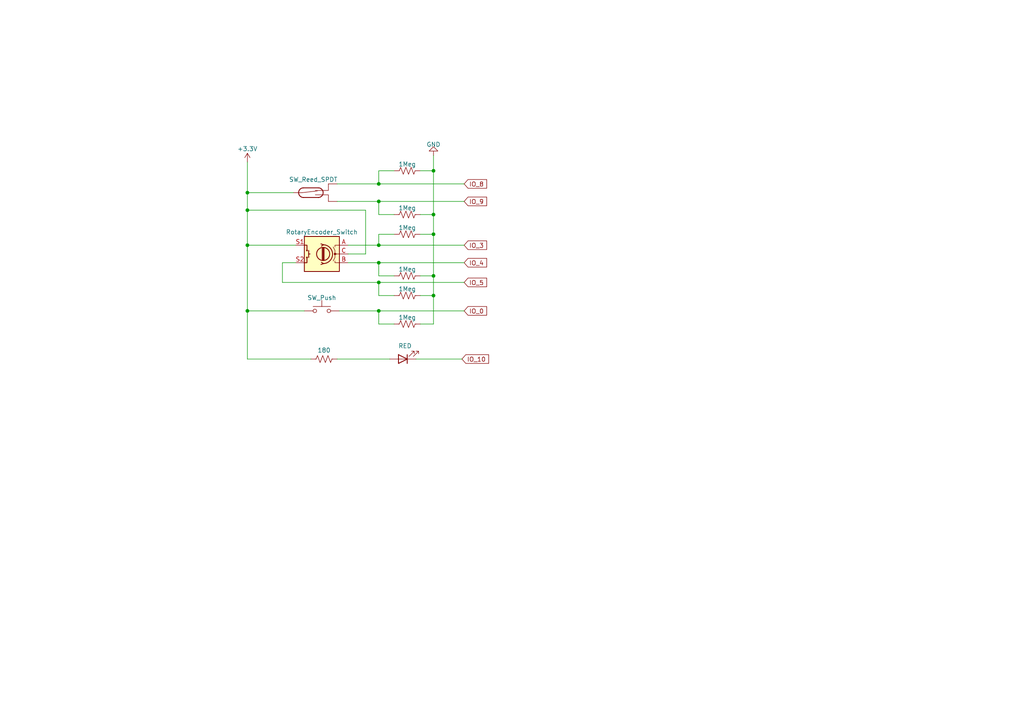
<source format=kicad_sch>
(kicad_sch (version 20230121) (generator eeschema)
  (paper "A4")
  (lib_symbols
    (symbol "Device:LED" (pin_numbers hide) (pin_names (offset 1.016) hide)
      (property "Reference" "D" (at 0 2.54 0))
      (property "Value" "LED" (at 0 -2.54 0))
      (symbol "LED_0_1"
        (polyline (pts (xy -1.27 -1.27) (xy -1.27 1.27)) (stroke (width 0.254)))
        (polyline (pts (xy -1.27 0) (xy 1.27 0)))
        (polyline (pts (xy 1.27 -1.27) (xy 1.27 1.27) (xy -1.27 0) (xy 1.27 -1.27)) (stroke (width 0.254)))
        (polyline (pts (xy -3.048 -0.762) (xy -4.572 -2.286) (xy -3.81 -2.286) (xy -4.572 -2.286) (xy -4.572 -1.524)))
        (polyline (pts (xy -1.778 -0.762) (xy -3.302 -2.286) (xy -2.54 -2.286) (xy -3.302 -2.286) (xy -3.302 -1.524)))
      )
      (symbol "LED_1_1"
        (pin passive line (at -3.81 0 0) (length 2.54) (name "K") (number "1"))
        (pin passive line (at 3.81 0 180) (length 2.54) (name "A") (number "2"))
      )
    )
    (symbol "Device:R_US" (pin_numbers hide) (pin_names (offset 0))
      (property "Reference" "R" (at 2.54 0 90))
      (property "Value" "R_US" (at -2.54 0 90))
      (symbol "R_US_0_1"
        (polyline (pts (xy 0 -2.286) (xy 0 -2.54)))
        (polyline (pts (xy 0 2.286) (xy 0 2.54)))
        (polyline (pts (xy 0 -0.762) (xy 1.016 -1.143) (xy 0 -1.524) (xy -1.016 -1.905) (xy 0 -2.286)))
        (polyline (pts (xy 0 0.762) (xy 1.016 0.381) (xy 0 0) (xy -1.016 -0.381) (xy 0 -0.762)))
        (polyline (pts (xy 0 2.286) (xy 1.016 1.905) (xy 0 1.524) (xy -1.016 1.143) (xy 0 0.762)))
      )
      (symbol "R_US_1_1"
        (pin passive line (at 0 3.81 270) (length 1.27) (name "~") (number "1"))
        (pin passive line (at 0 -3.81 90) (length 1.27) (name "~") (number "2"))
      )
    )
    (symbol "Device:RotaryEncoder_Switch" (pin_names (offset 0.254) hide)
      (property "Reference" "SW" (at 0 6.604 0))
      (property "Value" "RotaryEncoder_Switch" (at 0 -6.604 0))
      (symbol "RotaryEncoder_Switch_0_1"
        (rectangle (start -5.08 5.08) (end 5.08 -5.08) (stroke (width 0.254)) (fill (type background)))
        (circle (center -3.81 0) (radius 0.254) (fill (type outline)))
        (circle (center -0.381 0) (radius 1.905) (stroke (width 0.254)))
        (arc (start -0.381 2.667) (mid -3.0988 -0.0635) (end -0.381 -2.794) (stroke (width 0.254)))
        (polyline (pts (xy -0.635 -1.778) (xy -0.635 1.778)) (stroke (width 0.254)))
        (polyline (pts (xy -0.381 -1.778) (xy -0.381 1.778)) (stroke (width 0.254)))
        (polyline (pts (xy -0.127 1.778) (xy -0.127 -1.778)) (stroke (width 0.254)))
        (polyline (pts (xy 3.81 0) (xy 3.429 0)) (stroke (width 0.254)))
        (polyline (pts (xy 3.81 1.016) (xy 3.81 -1.016)) (stroke (width 0.254)))
        (polyline (pts (xy -5.08 -2.54) (xy -3.81 -2.54) (xy -3.81 -2.032)))
        (polyline (pts (xy -5.08 2.54) (xy -3.81 2.54) (xy -3.81 2.032)))
        (polyline (pts (xy 0.254 -3.048) (xy -0.508 -2.794) (xy 0.127 -2.413)) (stroke (width 0.254)))
        (polyline (pts (xy 0.254 2.921) (xy -0.508 2.667) (xy 0.127 2.286)) (stroke (width 0.254)))
        (polyline (pts (xy 5.08 -2.54) (xy 4.318 -2.54) (xy 4.318 -1.016)) (stroke (width 0.254)))
        (polyline (pts (xy 5.08 2.54) (xy 4.318 2.54) (xy 4.318 1.016)) (stroke (width 0.254)))
        (polyline (pts (xy -5.08 0) (xy -3.81 0) (xy -3.81 -1.016) (xy -3.302 -2.032)))
        (polyline (pts (xy -4.318 0) (xy -3.81 0) (xy -3.81 1.016) (xy -3.302 2.032)))
        (circle (center 4.318 -1.016) (radius 0.127) (stroke (width 0.254)))
        (circle (center 4.318 1.016) (radius 0.127) (stroke (width 0.254)))
      )
      (symbol "RotaryEncoder_Switch_1_1"
        (pin passive line (at -7.62 2.54 0) (length 2.54) (name "A") (number "A"))
        (pin passive line (at -7.62 -2.54 0) (length 2.54) (name "B") (number "B"))
        (pin passive line (at -7.62 0 0) (length 2.54) (name "C") (number "C"))
        (pin passive line (at 7.62 2.54 180) (length 2.54) (name "S1") (number "S1"))
        (pin passive line (at 7.62 -2.54 180) (length 2.54) (name "S2") (number "S2"))
      )
    )
    (symbol "Switch:SW_Push" (pin_numbers hide) (pin_names (offset 1.016) hide)
      (property "Reference" "SW" (at 1.27 2.54 0))
      (property "Value" "SW_Push" (at 0 -1.524 0))
      (symbol "SW_Push_0_1"
        (circle (center -2.032 0) (radius 0.508))
        (polyline (pts (xy 0 1.27) (xy 0 3.048)))
        (polyline (pts (xy 2.54 1.27) (xy -2.54 1.27)))
        (circle (center 2.032 0) (radius 0.508))
        (pin passive line (at -5.08 0 0) (length 2.54) (name "1") (number "1"))
        (pin passive line (at 5.08 0 180) (length 2.54) (name "2") (number "2"))
      )
    )
    (symbol "Switch:SW_Reed_SPDT" (pin_numbers hide) (pin_names (offset 0) hide)
      (property "Reference" "SW" (at 0 2.54 0))
      (property "Value" "SW_Reed_SPDT" (at 0 -3.81 0))
      (symbol "SW_Reed_SPDT_0_0"
        (arc (start -2.159 1.397) (mid -3.55 0) (end -2.159 -1.397) (stroke (width 0.254)))
        (polyline (pts (xy -2.54 0) (xy 1.905 0.508)))
        (polyline (pts (xy -2.159 -1.397) (xy 2.286 -1.397)) (stroke (width 0.254)))
        (polyline (pts (xy 2.159 1.397) (xy -2.159 1.397)) (stroke (width 0.254)))
        (arc (start 2.159 -1.397) (mid 3.55 0) (end 2.159 1.397) (stroke (width 0.254)))
      )
      (symbol "SW_Reed_SPDT_0_1"
        (polyline (pts (xy 1.27 -0.635) (xy 5.08 -0.635) (xy 5.08 -2.54)))
        (polyline (pts (xy 1.27 0.635) (xy 5.08 0.635) (xy 5.08 2.54)))
      )
      (symbol "SW_Reed_SPDT_1_1"
        (pin passive line (at 7.62 2.54 180) (length 2.54) (name "1") (number "1"))
        (pin passive line (at -5.08 0 0) (length 2.54) (name "2") (number "2"))
        (pin passive line (at 7.62 -2.54 180) (length 2.54) (name "3") (number "3"))
      )
    )
    (symbol "power:+3.3V" (power) (pin_names (offset 0))
      (property "Value" "+3.3V" (at 0 3.556 0))
      (symbol "+3.3V_0_1"
        (polyline (pts (xy -0.762 1.27) (xy 0 2.54)))
        (polyline (pts (xy 0 0) (xy 0 2.54)))
        (polyline (pts (xy 0 2.54) (xy 0.762 1.27)))
      )
      (symbol "+3.3V_1_1"
        (pin power_in line (at 0 0 90) (length 0) hide (name "+3.3V") (number "1"))
      )
    )
    (symbol "power:GND" (power) (pin_names (offset 0))
      (property "Value" "GND" (at 0 -3.81 0))
      (symbol "GND_0_1"
        (polyline (pts (xy 0 0) (xy 0 -1.27) (xy 1.27 -1.27) (xy 0 -2.54) (xy -1.27 -1.27) (xy 0 -1.27)))
      )
      (symbol "GND_1_1"
        (pin power_in line (at 0 0 270) (length 0) hide (name "GND") (number "1"))
      )
    )
  )
  (junction (at 109.855 53.34))
  (junction (at 125.73 49.53))
  (junction (at 125.73 67.945))
  (junction (at 71.755 60.96))
  (junction (at 125.73 80.01))
  (junction (at 109.855 81.915))
  (junction (at 125.73 62.23))
  (junction (at 109.855 90.17))
  (junction (at 71.755 90.17))
  (junction (at 71.755 71.12))
  (junction (at 125.73 85.725))
  (junction (at 109.855 71.12))
  (junction (at 109.855 58.42))
  (junction (at 109.855 76.2))
  (junction (at 71.755 55.88))
  (wire (pts (xy 71.755 55.88) (xy 71.755 60.96)))
  (wire (pts (xy 109.855 71.12) (xy 134.62 71.12)))
  (wire (pts (xy 100.965 76.2) (xy 109.855 76.2)))
  (wire (pts (xy 97.79 104.14) (xy 113.03 104.14)))
  (wire (pts (xy 71.755 55.88) (xy 85.09 55.88)))
  (wire (pts (xy 85.725 76.2) (xy 81.915 76.2)))
  (wire (pts (xy 109.855 90.17) (xy 134.62 90.17)))
  (wire (pts (xy 114.3 93.98) (xy 109.855 93.98)))
  (wire (pts (xy 114.3 85.725) (xy 109.855 85.725)))
  (wire (pts (xy 97.79 53.34) (xy 109.855 53.34)))
  (wire (pts (xy 109.855 58.42) (xy 134.62 58.42)))
  (wire (pts (xy 109.855 81.915) (xy 134.62 81.915)))
  (wire (pts (xy 125.73 49.53) (xy 121.92 49.53)))
  (wire (pts (xy 121.92 67.945) (xy 125.73 67.945)))
  (wire (pts (xy 71.755 46.99) (xy 71.755 55.88)))
  (wire (pts (xy 109.855 93.98) (xy 109.855 90.17)))
  (wire (pts (xy 109.855 76.2) (xy 134.62 76.2)))
  (wire (pts (xy 71.755 60.96) (xy 71.755 71.12)))
  (wire (pts (xy 125.73 85.725) (xy 125.73 80.01)))
  (wire (pts (xy 125.73 93.98) (xy 125.73 85.725)))
  (wire (pts (xy 71.755 104.14) (xy 71.755 90.17)))
  (wire (pts (xy 114.3 49.53) (xy 109.855 49.53)))
  (wire (pts (xy 121.92 93.98) (xy 125.73 93.98)))
  (wire (pts (xy 125.73 67.945) (xy 125.73 62.23)))
  (wire (pts (xy 120.65 104.14) (xy 133.985 104.14)))
  (wire (pts (xy 114.3 62.23) (xy 109.855 62.23)))
  (wire (pts (xy 109.855 53.34) (xy 134.62 53.34)))
  (wire (pts (xy 125.73 45.085) (xy 125.73 49.53)))
  (wire (pts (xy 106.045 60.96) (xy 106.045 73.66)))
  (wire (pts (xy 98.425 90.17) (xy 109.855 90.17)))
  (wire (pts (xy 125.73 80.01) (xy 125.73 67.945)))
  (wire (pts (xy 121.92 62.23) (xy 125.73 62.23)))
  (wire (pts (xy 85.725 71.12) (xy 71.755 71.12)))
  (wire (pts (xy 97.79 58.42) (xy 109.855 58.42)))
  (wire (pts (xy 121.92 80.01) (xy 125.73 80.01)))
  (wire (pts (xy 109.855 80.01) (xy 109.855 76.2)))
  (wire (pts (xy 114.3 67.945) (xy 109.855 67.945)))
  (wire (pts (xy 100.965 71.12) (xy 109.855 71.12)))
  (wire (pts (xy 121.92 85.725) (xy 125.73 85.725)))
  (wire (pts (xy 109.855 85.725) (xy 109.855 81.915)))
  (wire (pts (xy 100.965 73.66) (xy 106.045 73.66)))
  (wire (pts (xy 71.755 71.12) (xy 71.755 90.17)))
  (wire (pts (xy 109.855 67.945) (xy 109.855 71.12)))
  (wire (pts (xy 109.855 62.23) (xy 109.855 58.42)))
  (wire (pts (xy 81.915 76.2) (xy 81.915 81.915)))
  (wire (pts (xy 71.755 90.17) (xy 88.265 90.17)))
  (wire (pts (xy 109.855 49.53) (xy 109.855 53.34)))
  (wire (pts (xy 114.3 80.01) (xy 109.855 80.01)))
  (wire (pts (xy 125.73 62.23) (xy 125.73 49.53)))
  (wire (pts (xy 71.755 60.96) (xy 106.045 60.96)))
  (wire (pts (xy 71.755 104.14) (xy 90.17 104.14)))
  (wire (pts (xy 81.915 81.915) (xy 109.855 81.915)))
  (global_label "IO_8" (shape input) (at 134.62 53.34 0) (property "Intersheetrefs" "${INTERSHEET_REFS}" (effects hide)))
  (global_label "IO_9" (shape input) (at 134.62 58.42 0) (property "Intersheetrefs" "${INTERSHEET_REFS}" (effects hide)))
  (global_label "IO_10" (shape input) (at 133.985 104.14 0) (property "Intersheetrefs" "${INTERSHEET_REFS}" (effects hide)))
  (global_label "IO_5" (shape input) (at 134.62 81.915 0) (property "Intersheetrefs" "${INTERSHEET_REFS}" (effects hide)))
  (global_label "IO_3" (shape input) (at 134.62 71.12 0) (property "Intersheetrefs" "${INTERSHEET_REFS}" (effects hide)))
  (global_label "IO_0" (shape input) (at 134.62 90.17 0) (property "Intersheetrefs" "${INTERSHEET_REFS}" (effects hide)))
  (global_label "IO_4" (shape input) (at 134.62 76.2 0) (property "Intersheetrefs" "${INTERSHEET_REFS}" (effects hide)))
  (symbol (lib_id "Device:R_US") (at 118.11 49.53 90) (unit 1)
    (property "Reference" "R1" (effects hide))
    (property "Value" "1Meg" (at 118.11 47.625 90))
  )
  (symbol (lib_id "Device:R_US") (at 118.11 80.01 90) (unit 1)
    (property "Reference" "R103" (effects hide))
    (property "Value" "1Meg" (at 118.11 78.105 90))
  )
  (symbol (lib_id "Switch:SW_Reed_SPDT") (at 90.17 55.88 0) (unit 1)
    (property "Reference" "SW1" (effects hide))
    (property "Value" "SW_Reed_SPDT" (at 90.8715 52.07 0))
  )
  (symbol (lib_id "power:GND") (at 125.73 45.085 180) (unit 1)
    (property "Reference" "#PWR0102" (effects hide))
    (property "Value" "GND" (at 125.73 41.91 0))
  )
  (symbol (lib_id "Device:R_US") (at 118.11 62.23 90) (unit 1)
    (property "Reference" "R101" (effects hide))
    (property "Value" "1Meg" (at 118.11 60.325 90))
  )
  (symbol (lib_id "Device:R_US") (at 118.11 67.945 90) (unit 1)
    (property "Reference" "R102" (effects hide))
    (property "Value" "1Meg" (at 118.11 66.04 90))
  )
  (symbol (lib_id "Device:LED") (at 116.84 104.14 180) (unit 1)
    (property "Reference" "D101" (effects hide))
    (property "Value" "RED" (at 117.475 100.33 0))
  )
  (symbol (lib_id "Device:R_US") (at 118.11 93.98 90) (unit 1)
    (property "Reference" "R105" (effects hide))
    (property "Value" "1Meg" (at 118.11 92.075 90))
  )
  (symbol (lib_id "power:+3.3V") (at 71.755 46.99 0) (unit 1)
    (property "Reference" "#PWR0101" (effects hide))
    (property "Value" "+3.3V" (at 71.755 43.18 0))
  )
  (symbol (lib_id "Device:R_US") (at 118.11 85.725 90) (unit 1)
    (property "Reference" "R104" (effects hide))
    (property "Value" "1Meg" (at 118.11 83.82 90))
  )
  (symbol (lib_id "Device:R_US") (at 93.98 104.14 90) (unit 1)
    (property "Reference" "R106" (effects hide))
    (property "Value" "180" (at 93.98 101.6 90))
  )
  (symbol (lib_id "Switch:SW_Push") (at 93.345 90.17 0) (unit 1)
    (property "Reference" "SW3" (effects hide))
    (property "Value" "SW_Push" (at 93.345 86.36 0))
  )
  (symbol (lib_id "Device:RotaryEncoder_Switch") (at 93.345 73.66 0) (mirror y) (unit 1)
    (property "Reference" "SW2" (effects hide))
    (property "Value" "RotaryEncoder_Switch" (at 93.345 67.31 0))
  )
)
</source>
